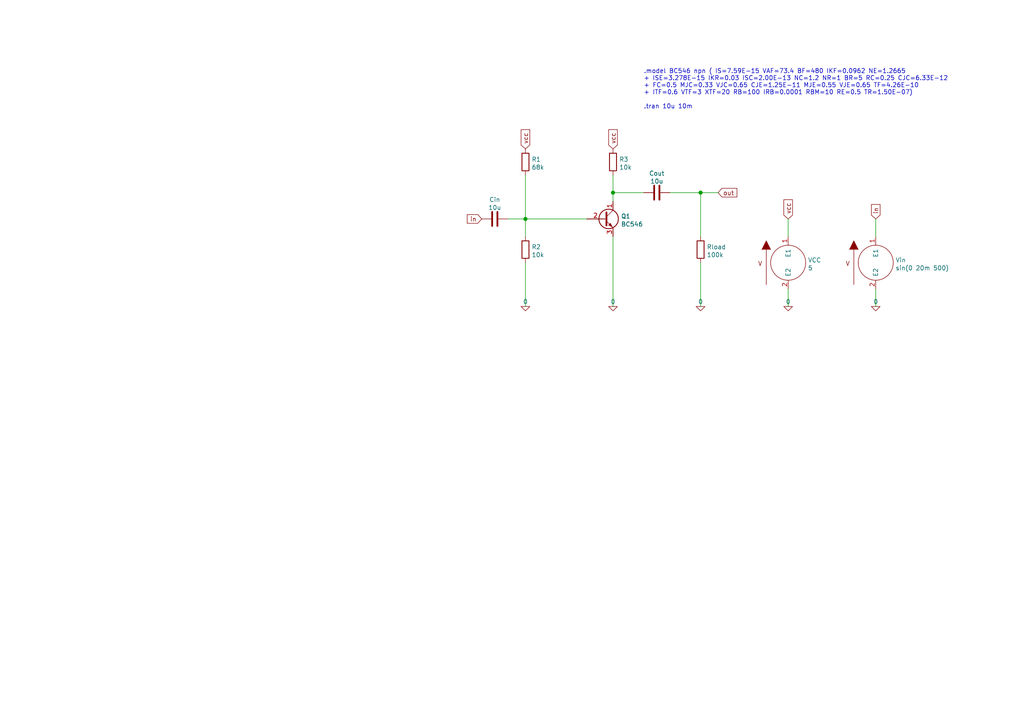
<source format=kicad_sch>
(kicad_sch (version 20210406) (generator eeschema)
  (paper "A4")
  (lib_symbols
    (symbol "Device:C" (pin_numbers hide) (pin_names (offset 0.254))
      (property "Reference" "C" (at 0.635 2.54 0))
      (property "Value" "C" (at 0.635 -2.54 0))
      (symbol "C_0_1"
        (polyline (pts (xy -2.032 -0.762) (xy 2.032 -0.762)) (stroke (width 0.508)))
        (polyline (pts (xy -2.032 0.762) (xy 2.032 0.762)) (stroke (width 0.508)))
      )
      (symbol "C_1_1"
        (pin passive line (at 0 3.81 270) (length 2.794) (name "~") (number "1"))
        (pin passive line (at 0 -3.81 90) (length 2.794) (name "~") (number "2"))
      )
    )
    (symbol "Device:R" (pin_numbers hide) (pin_names (offset 0))
      (property "Reference" "R" (at 2.032 0 90))
      (property "Value" "R" (at 0 0 90))
      (symbol "R_0_1"
        (rectangle (start -1.016 -2.54) (end 1.016 2.54) (stroke (width 0.254)))
      )
      (symbol "R_1_1"
        (pin passive line (at 0 3.81 270) (length 1.27) (name "~") (number "1"))
        (pin passive line (at 0 -3.81 90) (length 1.27) (name "~") (number "2"))
      )
    )
    (symbol "Transistor_BJT:BC546" (pin_names (offset 0) hide)
      (property "Reference" "Q" (at 5.08 1.905 0))
      (property "Value" "BC546" (at 5.08 0 0))
      (symbol "BC546_0_1"
        (circle (center 1.27 0) (radius 2.8194) (stroke (width 0.254)))
        (polyline (pts (xy 0 0) (xy 0.635 0)))
        (polyline (pts (xy 0.635 0.635) (xy 2.54 2.54)))
        (polyline (pts (xy 0.635 -0.635) (xy 2.54 -2.54) (xy 2.54 -2.54)))
        (polyline (pts (xy 0.635 1.905) (xy 0.635 -1.905) (xy 0.635 -1.905)) (stroke (width 0.508)))
        (polyline (pts (xy 1.27 -1.778) (xy 1.778 -1.27) (xy 2.286 -2.286) (xy 1.27 -1.778) (xy 1.27 -1.778)) (fill (type outline)))
      )
      (symbol "BC546_1_1"
        (pin passive line (at 2.54 5.08 270) (length 2.54) (name "C") (number "1"))
        (pin input line (at -5.08 0 0) (length 5.08) (name "B") (number "2"))
        (pin passive line (at 2.54 -5.08 90) (length 2.54) (name "E") (number "3"))
      )
    )
    (symbol "pspice:0" (power) (pin_names (offset 0))
      (property "Value" "0" (at 0 -1.778 0))
      (symbol "0_0_1"
        (polyline (pts (xy -1.27 0) (xy 0 -1.27) (xy 1.27 0) (xy -1.27 0)))
      )
      (symbol "0_1_1"
        (pin power_in line (at 0 0 0) (length 0) hide (name "0") (number "1"))
      )
    )
    (symbol "pspice:VSOURCE" (pin_names (offset 1.016))
      (property "Reference" "V" (at -6.35 7.62 0))
      (property "Value" "VSOURCE" (at 0 0 0))
      (symbol "VSOURCE_0_1"
        (circle (center 0 0) (radius 5.08))
        (text "V" (at -8.128 -0.254 0) (effects (font (size 1.27 1.27))))
        (polyline (pts (xy -6.35 -6.35) (xy -6.35 3.81)) (fill (type outline)))
        (polyline (pts (xy -7.62 3.81) (xy -6.35 6.35) (xy -5.08 3.81)) (fill (type outline)))
      )
      (symbol "VSOURCE_1_1"
        (pin input line (at 0 7.62 270) (length 2.54) (name "E1") (number "1"))
        (pin input line (at 0 -7.62 90) (length 2.54) (name "E2") (number "2"))
      )
    )
  )
  (junction (at 152.4 63.5) (diameter 1.016))
  (junction (at 177.8 55.88) (diameter 1.016))
  (junction (at 203.2 55.88) (diameter 1.016))
  (wire (pts (xy 147.32 63.5) (xy 152.4 63.5)))
  (wire (pts (xy 152.4 50.8) (xy 152.4 63.5)))
  (wire (pts (xy 152.4 63.5) (xy 152.4 68.58)))
  (wire (pts (xy 152.4 63.5) (xy 170.18 63.5)))
  (wire (pts (xy 152.4 76.2) (xy 152.4 88.9)))
  (wire (pts (xy 177.8 50.8) (xy 177.8 55.88)))
  (wire (pts (xy 177.8 55.88) (xy 177.8 58.42)))
  (wire (pts (xy 177.8 55.88) (xy 186.69 55.88)))
  (wire (pts (xy 177.8 68.58) (xy 177.8 88.9)))
  (wire (pts (xy 194.31 55.88) (xy 203.2 55.88)))
  (wire (pts (xy 203.2 55.88) (xy 203.2 68.58)))
  (wire (pts (xy 203.2 55.88) (xy 208.28 55.88)))
  (wire (pts (xy 203.2 76.2) (xy 203.2 88.9)))
  (wire (pts (xy 228.6 63.5) (xy 228.6 68.58)))
  (wire (pts (xy 228.6 83.82) (xy 228.6 88.9)))
  (wire (pts (xy 254 63.5) (xy 254 68.58)))
  (wire (pts (xy 254 83.82) (xy 254 88.9)))
  (text ".model BC546 npn ( IS=7.59E-15 VAF=73.4 BF=480 IKF=0.0962 NE=1.2665\n+ ISE=3.278E-15 IKR=0.03 ISC=2.00E-13 NC=1.2 NR=1 BR=5 RC=0.25 CJC=6.33E-12\n+ FC=0.5 MJC=0.33 VJC=0.65 CJE=1.25E-11 MJE=0.55 VJE=0.65 TF=4.26E-10\n+ ITF=0.6 VTF=3 XTF=20 RB=100 IRB=0.0001 RBM=10 RE=0.5 TR=1.50E-07)\n\n.tran 10u 10m" (at 186.69 31.75 0) (effects (font (size 1.27 1.27)) (justify left bottom)))
  (global_label "in" (shape input) (at 139.7 63.5 180) (property "Intersheet References" "${INTERSHEET_REFS}" (effects hide)))
  (global_label "vcc" (shape input) (at 152.4 43.18 90) (property "Intersheet References" "${INTERSHEET_REFS}" (effects hide)))
  (global_label "vcc" (shape input) (at 177.8 43.18 90) (property "Intersheet References" "${INTERSHEET_REFS}" (effects hide)))
  (global_label "out" (shape input) (at 208.28 55.88 0) (property "Intersheet References" "${INTERSHEET_REFS}" (effects hide)))
  (global_label "vcc" (shape input) (at 228.6 63.5 90) (property "Intersheet References" "${INTERSHEET_REFS}" (effects hide)))
  (global_label "in" (shape input) (at 254 63.5 90) (property "Intersheet References" "${INTERSHEET_REFS}" (effects hide)))
  (symbol (lib_id "pspice:0") (at 152.4 88.9 0) (unit 1)
    (property "Reference" "#GND?" (effects hide))
    (property "Value" "0" (at 152.4 87.5116 0))
  )
  (symbol (lib_id "pspice:0") (at 177.8 88.9 0) (unit 1)
    (property "Reference" "#GND?" (effects hide))
    (property "Value" "0" (at 177.8 87.5116 0))
  )
  (symbol (lib_id "pspice:0") (at 203.2 88.9 0) (unit 1)
    (property "Reference" "#GND?" (effects hide))
    (property "Value" "0" (at 203.2 87.5116 0))
  )
  (symbol (lib_id "pspice:0") (at 228.6 88.9 0) (unit 1)
    (property "Reference" "#GND?" (effects hide))
    (property "Value" "0" (at 228.6 87.5116 0))
  )
  (symbol (lib_id "pspice:0") (at 254 88.9 0) (unit 1)
    (property "Reference" "#GND?" (effects hide))
    (property "Value" "0" (at 254 87.5116 0))
  )
  (symbol (lib_id "Device:R") (at 152.4 46.99 0) (unit 1)
    (property "Reference" "R1" (at 154.1781 46.2291 0) (effects (justify left)))
    (property "Value" "68k" (at 154.1781 48.5278 0) (effects (justify left)))
  )
  (symbol (lib_id "Device:R") (at 152.4 72.39 0) (unit 1)
    (property "Reference" "R2" (at 154.1781 71.6291 0) (effects (justify left)))
    (property "Value" "10k" (at 154.1781 73.9278 0) (effects (justify left)))
  )
  (symbol (lib_id "Device:R") (at 177.8 46.99 0) (unit 1)
    (property "Reference" "R3" (at 179.5781 46.2291 0) (effects (justify left)))
    (property "Value" "10k" (at 179.5781 48.5278 0) (effects (justify left)))
  )
  (symbol (lib_id "Device:R") (at 203.2 72.39 0) (unit 1)
    (property "Reference" "Rload" (at 204.9781 71.6291 0) (effects (justify left)))
    (property "Value" "100k" (at 204.9781 73.9278 0) (effects (justify left)))
  )
  (symbol (lib_id "Device:C") (at 143.51 63.5 90) (unit 1)
    (property "Reference" "Cin" (at 143.51 57.9078 90))
    (property "Value" "10u" (at 143.51 60.2065 90))
  )
  (symbol (lib_id "Device:C") (at 190.5 55.88 90) (unit 1)
    (property "Reference" "Cout" (at 190.5 50.2878 90))
    (property "Value" "10u" (at 190.5 52.5865 90))
  )
  (symbol (lib_id "Transistor_BJT:BC546") (at 175.26 63.5 0) (unit 1)
    (property "Reference" "Q1" (at 180.1115 62.7391 0) (effects (justify left)))
    (property "Value" "BC546" (at 180.1115 65.0378 0) (effects (justify left)))
    (property "Footprint" "Package_TO_SOT_THT:TO-92_Inline" (effects hide))
    (property "Datasheet" "https://www.onsemi.com/pub/Collateral/BC550-D.pdf" (effects hide))
  )
  (symbol (lib_id "pspice:VSOURCE") (at 228.6 76.2 0) (unit 1)
    (property "Reference" "VCC" (at 234.3151 75.4391 0) (effects (justify left)))
    (property "Value" "5" (at 234.3151 77.7378 0) (effects (justify left)))
  )
  (symbol (lib_id "pspice:VSOURCE") (at 254 76.2 0) (unit 1)
    (property "Reference" "Vin" (at 259.7151 75.4391 0) (effects (justify left)))
    (property "Value" "sin(0 20m 500)" (at 259.7151 77.7378 0) (effects (justify left)))
  )
)
</source>
